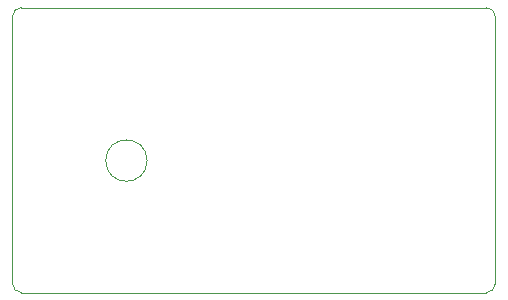
<source format=gbr>
%TF.GenerationSoftware,KiCad,Pcbnew,(5.1.6)-1*%
%TF.CreationDate,2021-04-07T17:53:43+02:00*%
%TF.ProjectId,led_dimmer,6c65645f-6469-46d6-9d65-722e6b696361,rev?*%
%TF.SameCoordinates,Original*%
%TF.FileFunction,Profile,NP*%
%FSLAX46Y46*%
G04 Gerber Fmt 4.6, Leading zero omitted, Abs format (unit mm)*
G04 Created by KiCad (PCBNEW (5.1.6)-1) date 2021-04-07 17:53:43*
%MOMM*%
%LPD*%
G01*
G04 APERTURE LIST*
%TA.AperFunction,Profile*%
%ADD10C,0.050000*%
%TD*%
G04 APERTURE END LIST*
D10*
X59408000Y-156464000D02*
G75*
G03*
X59408000Y-156464000I-1750000J0D01*
G01*
X88138000Y-143510000D02*
G75*
G02*
X88900000Y-144272000I0J-762000D01*
G01*
X88900000Y-166878000D02*
G75*
G02*
X88138000Y-167640000I-762000J0D01*
G01*
X48768000Y-167640000D02*
G75*
G02*
X48006000Y-166878000I0J762000D01*
G01*
X48006000Y-144272000D02*
G75*
G02*
X48768000Y-143510000I762000J0D01*
G01*
X88138000Y-143510000D02*
X48768000Y-143510000D01*
X88900000Y-166878000D02*
X88900000Y-144272000D01*
X48768000Y-167640000D02*
X88138000Y-167640000D01*
X48006000Y-144272000D02*
X48006000Y-166878000D01*
M02*

</source>
